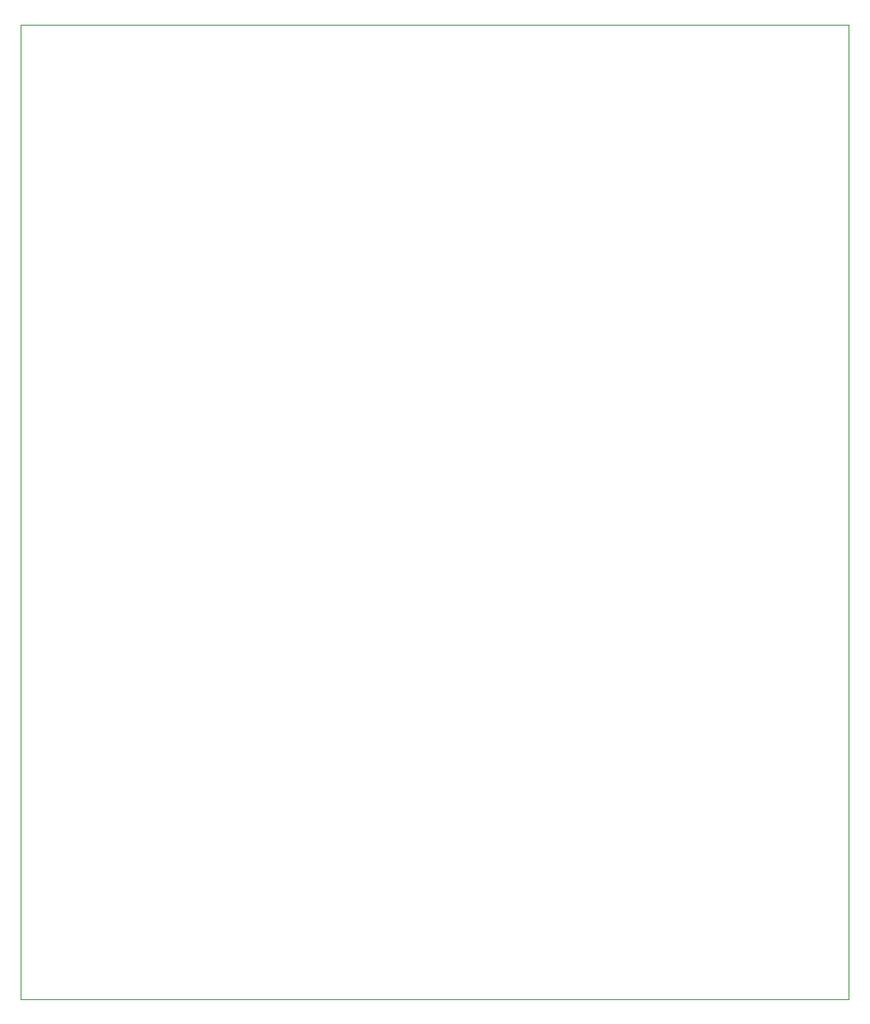
<source format=gbr>
%TF.GenerationSoftware,KiCad,Pcbnew,9.0.6*%
%TF.CreationDate,2026-02-25T03:49:56+07:00*%
%TF.ProjectId,Robot_remote,526f626f-745f-4726-956d-6f74652e6b69,rev?*%
%TF.SameCoordinates,Original*%
%TF.FileFunction,Profile,NP*%
%FSLAX46Y46*%
G04 Gerber Fmt 4.6, Leading zero omitted, Abs format (unit mm)*
G04 Created by KiCad (PCBNEW 9.0.6) date 2026-02-25 03:49:56*
%MOMM*%
%LPD*%
G01*
G04 APERTURE LIST*
%TA.AperFunction,Profile*%
%ADD10C,0.050000*%
%TD*%
G04 APERTURE END LIST*
D10*
X85000000Y-42000000D02*
X170000000Y-42000000D01*
X170000000Y-142000000D01*
X85000000Y-142000000D01*
X85000000Y-42000000D01*
M02*

</source>
